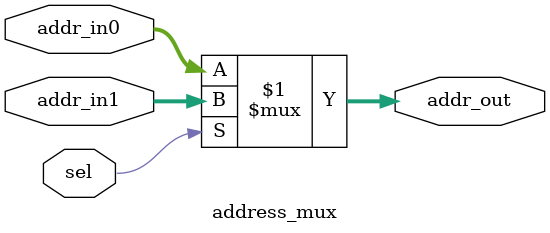
<source format=v>
`timescale 1ns / 1ps


module address_mux #(
    parameter WIDTH = 5  // Ð? r?ng m?c ð?nh là 5 bit
) (
    input wire sel,              // Tín hi?u ch?n
    input wire [WIDTH-1:0] addr_in0,  // Ð?a ch? toán h?ng
    input wire [WIDTH-1:0] addr_in1,  // Ð?a ch? l?nh (t? PC)
    output wire [WIDTH-1:0] addr_out  // Ð?a ch? ð?u ra
);

    assign addr_out = (sel) ? addr_in1 : addr_in0;  // Ch?n ð?a ch? d?a trên sel

endmodule

</source>
